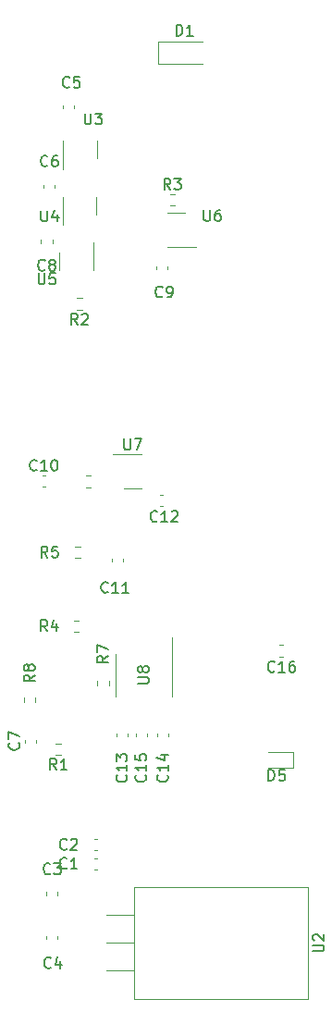
<source format=gbr>
%TF.GenerationSoftware,KiCad,Pcbnew,7.0.6-0*%
%TF.CreationDate,2023-12-30T17:34:11-06:00*%
%TF.ProjectId,fpga_adaptor,66706761-5f61-4646-9170-746f722e6b69,rev?*%
%TF.SameCoordinates,Original*%
%TF.FileFunction,Legend,Top*%
%TF.FilePolarity,Positive*%
%FSLAX46Y46*%
G04 Gerber Fmt 4.6, Leading zero omitted, Abs format (unit mm)*
G04 Created by KiCad (PCBNEW 7.0.6-0) date 2023-12-30 17:34:11*
%MOMM*%
%LPD*%
G01*
G04 APERTURE LIST*
%ADD10C,0.150000*%
%ADD11C,0.120000*%
G04 APERTURE END LIST*
D10*
X56357142Y-91109580D02*
X56309523Y-91157200D01*
X56309523Y-91157200D02*
X56166666Y-91204819D01*
X56166666Y-91204819D02*
X56071428Y-91204819D01*
X56071428Y-91204819D02*
X55928571Y-91157200D01*
X55928571Y-91157200D02*
X55833333Y-91061961D01*
X55833333Y-91061961D02*
X55785714Y-90966723D01*
X55785714Y-90966723D02*
X55738095Y-90776247D01*
X55738095Y-90776247D02*
X55738095Y-90633390D01*
X55738095Y-90633390D02*
X55785714Y-90442914D01*
X55785714Y-90442914D02*
X55833333Y-90347676D01*
X55833333Y-90347676D02*
X55928571Y-90252438D01*
X55928571Y-90252438D02*
X56071428Y-90204819D01*
X56071428Y-90204819D02*
X56166666Y-90204819D01*
X56166666Y-90204819D02*
X56309523Y-90252438D01*
X56309523Y-90252438D02*
X56357142Y-90300057D01*
X57309523Y-91204819D02*
X56738095Y-91204819D01*
X57023809Y-91204819D02*
X57023809Y-90204819D01*
X57023809Y-90204819D02*
X56928571Y-90347676D01*
X56928571Y-90347676D02*
X56833333Y-90442914D01*
X56833333Y-90442914D02*
X56738095Y-90490533D01*
X57690476Y-90300057D02*
X57738095Y-90252438D01*
X57738095Y-90252438D02*
X57833333Y-90204819D01*
X57833333Y-90204819D02*
X58071428Y-90204819D01*
X58071428Y-90204819D02*
X58166666Y-90252438D01*
X58166666Y-90252438D02*
X58214285Y-90300057D01*
X58214285Y-90300057D02*
X58261904Y-90395295D01*
X58261904Y-90395295D02*
X58261904Y-90490533D01*
X58261904Y-90490533D02*
X58214285Y-90633390D01*
X58214285Y-90633390D02*
X57642857Y-91204819D01*
X57642857Y-91204819D02*
X58261904Y-91204819D01*
X46333333Y-94454819D02*
X46000000Y-93978628D01*
X45761905Y-94454819D02*
X45761905Y-93454819D01*
X45761905Y-93454819D02*
X46142857Y-93454819D01*
X46142857Y-93454819D02*
X46238095Y-93502438D01*
X46238095Y-93502438D02*
X46285714Y-93550057D01*
X46285714Y-93550057D02*
X46333333Y-93645295D01*
X46333333Y-93645295D02*
X46333333Y-93788152D01*
X46333333Y-93788152D02*
X46285714Y-93883390D01*
X46285714Y-93883390D02*
X46238095Y-93931009D01*
X46238095Y-93931009D02*
X46142857Y-93978628D01*
X46142857Y-93978628D02*
X45761905Y-93978628D01*
X47238095Y-93454819D02*
X46761905Y-93454819D01*
X46761905Y-93454819D02*
X46714286Y-93931009D01*
X46714286Y-93931009D02*
X46761905Y-93883390D01*
X46761905Y-93883390D02*
X46857143Y-93835771D01*
X46857143Y-93835771D02*
X47095238Y-93835771D01*
X47095238Y-93835771D02*
X47190476Y-93883390D01*
X47190476Y-93883390D02*
X47238095Y-93931009D01*
X47238095Y-93931009D02*
X47285714Y-94026247D01*
X47285714Y-94026247D02*
X47285714Y-94264342D01*
X47285714Y-94264342D02*
X47238095Y-94359580D01*
X47238095Y-94359580D02*
X47190476Y-94407200D01*
X47190476Y-94407200D02*
X47095238Y-94454819D01*
X47095238Y-94454819D02*
X46857143Y-94454819D01*
X46857143Y-94454819D02*
X46761905Y-94407200D01*
X46761905Y-94407200D02*
X46714286Y-94359580D01*
X67107142Y-104859580D02*
X67059523Y-104907200D01*
X67059523Y-104907200D02*
X66916666Y-104954819D01*
X66916666Y-104954819D02*
X66821428Y-104954819D01*
X66821428Y-104954819D02*
X66678571Y-104907200D01*
X66678571Y-104907200D02*
X66583333Y-104811961D01*
X66583333Y-104811961D02*
X66535714Y-104716723D01*
X66535714Y-104716723D02*
X66488095Y-104526247D01*
X66488095Y-104526247D02*
X66488095Y-104383390D01*
X66488095Y-104383390D02*
X66535714Y-104192914D01*
X66535714Y-104192914D02*
X66583333Y-104097676D01*
X66583333Y-104097676D02*
X66678571Y-104002438D01*
X66678571Y-104002438D02*
X66821428Y-103954819D01*
X66821428Y-103954819D02*
X66916666Y-103954819D01*
X66916666Y-103954819D02*
X67059523Y-104002438D01*
X67059523Y-104002438D02*
X67107142Y-104050057D01*
X68059523Y-104954819D02*
X67488095Y-104954819D01*
X67773809Y-104954819D02*
X67773809Y-103954819D01*
X67773809Y-103954819D02*
X67678571Y-104097676D01*
X67678571Y-104097676D02*
X67583333Y-104192914D01*
X67583333Y-104192914D02*
X67488095Y-104240533D01*
X68916666Y-103954819D02*
X68726190Y-103954819D01*
X68726190Y-103954819D02*
X68630952Y-104002438D01*
X68630952Y-104002438D02*
X68583333Y-104050057D01*
X68583333Y-104050057D02*
X68488095Y-104192914D01*
X68488095Y-104192914D02*
X68440476Y-104383390D01*
X68440476Y-104383390D02*
X68440476Y-104764342D01*
X68440476Y-104764342D02*
X68488095Y-104859580D01*
X68488095Y-104859580D02*
X68535714Y-104907200D01*
X68535714Y-104907200D02*
X68630952Y-104954819D01*
X68630952Y-104954819D02*
X68821428Y-104954819D01*
X68821428Y-104954819D02*
X68916666Y-104907200D01*
X68916666Y-104907200D02*
X68964285Y-104859580D01*
X68964285Y-104859580D02*
X69011904Y-104764342D01*
X69011904Y-104764342D02*
X69011904Y-104526247D01*
X69011904Y-104526247D02*
X68964285Y-104431009D01*
X68964285Y-104431009D02*
X68916666Y-104383390D01*
X68916666Y-104383390D02*
X68821428Y-104335771D01*
X68821428Y-104335771D02*
X68630952Y-104335771D01*
X68630952Y-104335771D02*
X68535714Y-104383390D01*
X68535714Y-104383390D02*
X68488095Y-104431009D01*
X68488095Y-104431009D02*
X68440476Y-104526247D01*
X46633333Y-131959580D02*
X46585714Y-132007200D01*
X46585714Y-132007200D02*
X46442857Y-132054819D01*
X46442857Y-132054819D02*
X46347619Y-132054819D01*
X46347619Y-132054819D02*
X46204762Y-132007200D01*
X46204762Y-132007200D02*
X46109524Y-131911961D01*
X46109524Y-131911961D02*
X46061905Y-131816723D01*
X46061905Y-131816723D02*
X46014286Y-131626247D01*
X46014286Y-131626247D02*
X46014286Y-131483390D01*
X46014286Y-131483390D02*
X46061905Y-131292914D01*
X46061905Y-131292914D02*
X46109524Y-131197676D01*
X46109524Y-131197676D02*
X46204762Y-131102438D01*
X46204762Y-131102438D02*
X46347619Y-131054819D01*
X46347619Y-131054819D02*
X46442857Y-131054819D01*
X46442857Y-131054819D02*
X46585714Y-131102438D01*
X46585714Y-131102438D02*
X46633333Y-131150057D01*
X47490476Y-131388152D02*
X47490476Y-132054819D01*
X47252381Y-131007200D02*
X47014286Y-131721485D01*
X47014286Y-131721485D02*
X47633333Y-131721485D01*
X57264580Y-114367857D02*
X57312200Y-114415476D01*
X57312200Y-114415476D02*
X57359819Y-114558333D01*
X57359819Y-114558333D02*
X57359819Y-114653571D01*
X57359819Y-114653571D02*
X57312200Y-114796428D01*
X57312200Y-114796428D02*
X57216961Y-114891666D01*
X57216961Y-114891666D02*
X57121723Y-114939285D01*
X57121723Y-114939285D02*
X56931247Y-114986904D01*
X56931247Y-114986904D02*
X56788390Y-114986904D01*
X56788390Y-114986904D02*
X56597914Y-114939285D01*
X56597914Y-114939285D02*
X56502676Y-114891666D01*
X56502676Y-114891666D02*
X56407438Y-114796428D01*
X56407438Y-114796428D02*
X56359819Y-114653571D01*
X56359819Y-114653571D02*
X56359819Y-114558333D01*
X56359819Y-114558333D02*
X56407438Y-114415476D01*
X56407438Y-114415476D02*
X56455057Y-114367857D01*
X57359819Y-113415476D02*
X57359819Y-113986904D01*
X57359819Y-113701190D02*
X56359819Y-113701190D01*
X56359819Y-113701190D02*
X56502676Y-113796428D01*
X56502676Y-113796428D02*
X56597914Y-113891666D01*
X56597914Y-113891666D02*
X56645533Y-113986904D01*
X56693152Y-112558333D02*
X57359819Y-112558333D01*
X56312200Y-112796428D02*
X57026485Y-113034523D01*
X57026485Y-113034523D02*
X57026485Y-112415476D01*
X58111905Y-46704819D02*
X58111905Y-45704819D01*
X58111905Y-45704819D02*
X58350000Y-45704819D01*
X58350000Y-45704819D02*
X58492857Y-45752438D01*
X58492857Y-45752438D02*
X58588095Y-45847676D01*
X58588095Y-45847676D02*
X58635714Y-45942914D01*
X58635714Y-45942914D02*
X58683333Y-46133390D01*
X58683333Y-46133390D02*
X58683333Y-46276247D01*
X58683333Y-46276247D02*
X58635714Y-46466723D01*
X58635714Y-46466723D02*
X58588095Y-46561961D01*
X58588095Y-46561961D02*
X58492857Y-46657200D01*
X58492857Y-46657200D02*
X58350000Y-46704819D01*
X58350000Y-46704819D02*
X58111905Y-46704819D01*
X59635714Y-46704819D02*
X59064286Y-46704819D01*
X59350000Y-46704819D02*
X59350000Y-45704819D01*
X59350000Y-45704819D02*
X59254762Y-45847676D01*
X59254762Y-45847676D02*
X59159524Y-45942914D01*
X59159524Y-45942914D02*
X59064286Y-45990533D01*
X53350595Y-83604819D02*
X53350595Y-84414342D01*
X53350595Y-84414342D02*
X53398214Y-84509580D01*
X53398214Y-84509580D02*
X53445833Y-84557200D01*
X53445833Y-84557200D02*
X53541071Y-84604819D01*
X53541071Y-84604819D02*
X53731547Y-84604819D01*
X53731547Y-84604819D02*
X53826785Y-84557200D01*
X53826785Y-84557200D02*
X53874404Y-84509580D01*
X53874404Y-84509580D02*
X53922023Y-84414342D01*
X53922023Y-84414342D02*
X53922023Y-83604819D01*
X54302976Y-83604819D02*
X54969642Y-83604819D01*
X54969642Y-83604819D02*
X54541071Y-84604819D01*
X70624819Y-130511904D02*
X71434342Y-130511904D01*
X71434342Y-130511904D02*
X71529580Y-130464285D01*
X71529580Y-130464285D02*
X71577200Y-130416666D01*
X71577200Y-130416666D02*
X71624819Y-130321428D01*
X71624819Y-130321428D02*
X71624819Y-130130952D01*
X71624819Y-130130952D02*
X71577200Y-130035714D01*
X71577200Y-130035714D02*
X71529580Y-129988095D01*
X71529580Y-129988095D02*
X71434342Y-129940476D01*
X71434342Y-129940476D02*
X70624819Y-129940476D01*
X70720057Y-129511904D02*
X70672438Y-129464285D01*
X70672438Y-129464285D02*
X70624819Y-129369047D01*
X70624819Y-129369047D02*
X70624819Y-129130952D01*
X70624819Y-129130952D02*
X70672438Y-129035714D01*
X70672438Y-129035714D02*
X70720057Y-128988095D01*
X70720057Y-128988095D02*
X70815295Y-128940476D01*
X70815295Y-128940476D02*
X70910533Y-128940476D01*
X70910533Y-128940476D02*
X71053390Y-128988095D01*
X71053390Y-128988095D02*
X71624819Y-129559523D01*
X71624819Y-129559523D02*
X71624819Y-128940476D01*
X45738095Y-62704819D02*
X45738095Y-63514342D01*
X45738095Y-63514342D02*
X45785714Y-63609580D01*
X45785714Y-63609580D02*
X45833333Y-63657200D01*
X45833333Y-63657200D02*
X45928571Y-63704819D01*
X45928571Y-63704819D02*
X46119047Y-63704819D01*
X46119047Y-63704819D02*
X46214285Y-63657200D01*
X46214285Y-63657200D02*
X46261904Y-63609580D01*
X46261904Y-63609580D02*
X46309523Y-63514342D01*
X46309523Y-63514342D02*
X46309523Y-62704819D01*
X47214285Y-63038152D02*
X47214285Y-63704819D01*
X46976190Y-62657200D02*
X46738095Y-63371485D01*
X46738095Y-63371485D02*
X47357142Y-63371485D01*
X45332142Y-86429580D02*
X45284523Y-86477200D01*
X45284523Y-86477200D02*
X45141666Y-86524819D01*
X45141666Y-86524819D02*
X45046428Y-86524819D01*
X45046428Y-86524819D02*
X44903571Y-86477200D01*
X44903571Y-86477200D02*
X44808333Y-86381961D01*
X44808333Y-86381961D02*
X44760714Y-86286723D01*
X44760714Y-86286723D02*
X44713095Y-86096247D01*
X44713095Y-86096247D02*
X44713095Y-85953390D01*
X44713095Y-85953390D02*
X44760714Y-85762914D01*
X44760714Y-85762914D02*
X44808333Y-85667676D01*
X44808333Y-85667676D02*
X44903571Y-85572438D01*
X44903571Y-85572438D02*
X45046428Y-85524819D01*
X45046428Y-85524819D02*
X45141666Y-85524819D01*
X45141666Y-85524819D02*
X45284523Y-85572438D01*
X45284523Y-85572438D02*
X45332142Y-85620057D01*
X46284523Y-86524819D02*
X45713095Y-86524819D01*
X45998809Y-86524819D02*
X45998809Y-85524819D01*
X45998809Y-85524819D02*
X45903571Y-85667676D01*
X45903571Y-85667676D02*
X45808333Y-85762914D01*
X45808333Y-85762914D02*
X45713095Y-85810533D01*
X46903571Y-85524819D02*
X46998809Y-85524819D01*
X46998809Y-85524819D02*
X47094047Y-85572438D01*
X47094047Y-85572438D02*
X47141666Y-85620057D01*
X47141666Y-85620057D02*
X47189285Y-85715295D01*
X47189285Y-85715295D02*
X47236904Y-85905771D01*
X47236904Y-85905771D02*
X47236904Y-86143866D01*
X47236904Y-86143866D02*
X47189285Y-86334342D01*
X47189285Y-86334342D02*
X47141666Y-86429580D01*
X47141666Y-86429580D02*
X47094047Y-86477200D01*
X47094047Y-86477200D02*
X46998809Y-86524819D01*
X46998809Y-86524819D02*
X46903571Y-86524819D01*
X46903571Y-86524819D02*
X46808333Y-86477200D01*
X46808333Y-86477200D02*
X46760714Y-86429580D01*
X46760714Y-86429580D02*
X46713095Y-86334342D01*
X46713095Y-86334342D02*
X46665476Y-86143866D01*
X46665476Y-86143866D02*
X46665476Y-85905771D01*
X46665476Y-85905771D02*
X46713095Y-85715295D01*
X46713095Y-85715295D02*
X46760714Y-85620057D01*
X46760714Y-85620057D02*
X46808333Y-85572438D01*
X46808333Y-85572438D02*
X46903571Y-85524819D01*
X48083333Y-121109580D02*
X48035714Y-121157200D01*
X48035714Y-121157200D02*
X47892857Y-121204819D01*
X47892857Y-121204819D02*
X47797619Y-121204819D01*
X47797619Y-121204819D02*
X47654762Y-121157200D01*
X47654762Y-121157200D02*
X47559524Y-121061961D01*
X47559524Y-121061961D02*
X47511905Y-120966723D01*
X47511905Y-120966723D02*
X47464286Y-120776247D01*
X47464286Y-120776247D02*
X47464286Y-120633390D01*
X47464286Y-120633390D02*
X47511905Y-120442914D01*
X47511905Y-120442914D02*
X47559524Y-120347676D01*
X47559524Y-120347676D02*
X47654762Y-120252438D01*
X47654762Y-120252438D02*
X47797619Y-120204819D01*
X47797619Y-120204819D02*
X47892857Y-120204819D01*
X47892857Y-120204819D02*
X48035714Y-120252438D01*
X48035714Y-120252438D02*
X48083333Y-120300057D01*
X48464286Y-120300057D02*
X48511905Y-120252438D01*
X48511905Y-120252438D02*
X48607143Y-120204819D01*
X48607143Y-120204819D02*
X48845238Y-120204819D01*
X48845238Y-120204819D02*
X48940476Y-120252438D01*
X48940476Y-120252438D02*
X48988095Y-120300057D01*
X48988095Y-120300057D02*
X49035714Y-120395295D01*
X49035714Y-120395295D02*
X49035714Y-120490533D01*
X49035714Y-120490533D02*
X48988095Y-120633390D01*
X48988095Y-120633390D02*
X48416667Y-121204819D01*
X48416667Y-121204819D02*
X49035714Y-121204819D01*
X46583333Y-123359580D02*
X46535714Y-123407200D01*
X46535714Y-123407200D02*
X46392857Y-123454819D01*
X46392857Y-123454819D02*
X46297619Y-123454819D01*
X46297619Y-123454819D02*
X46154762Y-123407200D01*
X46154762Y-123407200D02*
X46059524Y-123311961D01*
X46059524Y-123311961D02*
X46011905Y-123216723D01*
X46011905Y-123216723D02*
X45964286Y-123026247D01*
X45964286Y-123026247D02*
X45964286Y-122883390D01*
X45964286Y-122883390D02*
X46011905Y-122692914D01*
X46011905Y-122692914D02*
X46059524Y-122597676D01*
X46059524Y-122597676D02*
X46154762Y-122502438D01*
X46154762Y-122502438D02*
X46297619Y-122454819D01*
X46297619Y-122454819D02*
X46392857Y-122454819D01*
X46392857Y-122454819D02*
X46535714Y-122502438D01*
X46535714Y-122502438D02*
X46583333Y-122550057D01*
X46916667Y-122454819D02*
X47535714Y-122454819D01*
X47535714Y-122454819D02*
X47202381Y-122835771D01*
X47202381Y-122835771D02*
X47345238Y-122835771D01*
X47345238Y-122835771D02*
X47440476Y-122883390D01*
X47440476Y-122883390D02*
X47488095Y-122931009D01*
X47488095Y-122931009D02*
X47535714Y-123026247D01*
X47535714Y-123026247D02*
X47535714Y-123264342D01*
X47535714Y-123264342D02*
X47488095Y-123359580D01*
X47488095Y-123359580D02*
X47440476Y-123407200D01*
X47440476Y-123407200D02*
X47345238Y-123454819D01*
X47345238Y-123454819D02*
X47059524Y-123454819D01*
X47059524Y-123454819D02*
X46964286Y-123407200D01*
X46964286Y-123407200D02*
X46916667Y-123359580D01*
X56833333Y-70559580D02*
X56785714Y-70607200D01*
X56785714Y-70607200D02*
X56642857Y-70654819D01*
X56642857Y-70654819D02*
X56547619Y-70654819D01*
X56547619Y-70654819D02*
X56404762Y-70607200D01*
X56404762Y-70607200D02*
X56309524Y-70511961D01*
X56309524Y-70511961D02*
X56261905Y-70416723D01*
X56261905Y-70416723D02*
X56214286Y-70226247D01*
X56214286Y-70226247D02*
X56214286Y-70083390D01*
X56214286Y-70083390D02*
X56261905Y-69892914D01*
X56261905Y-69892914D02*
X56309524Y-69797676D01*
X56309524Y-69797676D02*
X56404762Y-69702438D01*
X56404762Y-69702438D02*
X56547619Y-69654819D01*
X56547619Y-69654819D02*
X56642857Y-69654819D01*
X56642857Y-69654819D02*
X56785714Y-69702438D01*
X56785714Y-69702438D02*
X56833333Y-69750057D01*
X57309524Y-70654819D02*
X57500000Y-70654819D01*
X57500000Y-70654819D02*
X57595238Y-70607200D01*
X57595238Y-70607200D02*
X57642857Y-70559580D01*
X57642857Y-70559580D02*
X57738095Y-70416723D01*
X57738095Y-70416723D02*
X57785714Y-70226247D01*
X57785714Y-70226247D02*
X57785714Y-69845295D01*
X57785714Y-69845295D02*
X57738095Y-69750057D01*
X57738095Y-69750057D02*
X57690476Y-69702438D01*
X57690476Y-69702438D02*
X57595238Y-69654819D01*
X57595238Y-69654819D02*
X57404762Y-69654819D01*
X57404762Y-69654819D02*
X57309524Y-69702438D01*
X57309524Y-69702438D02*
X57261905Y-69750057D01*
X57261905Y-69750057D02*
X57214286Y-69845295D01*
X57214286Y-69845295D02*
X57214286Y-70083390D01*
X57214286Y-70083390D02*
X57261905Y-70178628D01*
X57261905Y-70178628D02*
X57309524Y-70226247D01*
X57309524Y-70226247D02*
X57404762Y-70273866D01*
X57404762Y-70273866D02*
X57595238Y-70273866D01*
X57595238Y-70273866D02*
X57690476Y-70226247D01*
X57690476Y-70226247D02*
X57738095Y-70178628D01*
X57738095Y-70178628D02*
X57785714Y-70083390D01*
X54609819Y-105986904D02*
X55419342Y-105986904D01*
X55419342Y-105986904D02*
X55514580Y-105939285D01*
X55514580Y-105939285D02*
X55562200Y-105891666D01*
X55562200Y-105891666D02*
X55609819Y-105796428D01*
X55609819Y-105796428D02*
X55609819Y-105605952D01*
X55609819Y-105605952D02*
X55562200Y-105510714D01*
X55562200Y-105510714D02*
X55514580Y-105463095D01*
X55514580Y-105463095D02*
X55419342Y-105415476D01*
X55419342Y-105415476D02*
X54609819Y-105415476D01*
X55038390Y-104796428D02*
X54990771Y-104891666D01*
X54990771Y-104891666D02*
X54943152Y-104939285D01*
X54943152Y-104939285D02*
X54847914Y-104986904D01*
X54847914Y-104986904D02*
X54800295Y-104986904D01*
X54800295Y-104986904D02*
X54705057Y-104939285D01*
X54705057Y-104939285D02*
X54657438Y-104891666D01*
X54657438Y-104891666D02*
X54609819Y-104796428D01*
X54609819Y-104796428D02*
X54609819Y-104605952D01*
X54609819Y-104605952D02*
X54657438Y-104510714D01*
X54657438Y-104510714D02*
X54705057Y-104463095D01*
X54705057Y-104463095D02*
X54800295Y-104415476D01*
X54800295Y-104415476D02*
X54847914Y-104415476D01*
X54847914Y-104415476D02*
X54943152Y-104463095D01*
X54943152Y-104463095D02*
X54990771Y-104510714D01*
X54990771Y-104510714D02*
X55038390Y-104605952D01*
X55038390Y-104605952D02*
X55038390Y-104796428D01*
X55038390Y-104796428D02*
X55086009Y-104891666D01*
X55086009Y-104891666D02*
X55133628Y-104939285D01*
X55133628Y-104939285D02*
X55228866Y-104986904D01*
X55228866Y-104986904D02*
X55419342Y-104986904D01*
X55419342Y-104986904D02*
X55514580Y-104939285D01*
X55514580Y-104939285D02*
X55562200Y-104891666D01*
X55562200Y-104891666D02*
X55609819Y-104796428D01*
X55609819Y-104796428D02*
X55609819Y-104605952D01*
X55609819Y-104605952D02*
X55562200Y-104510714D01*
X55562200Y-104510714D02*
X55514580Y-104463095D01*
X55514580Y-104463095D02*
X55419342Y-104415476D01*
X55419342Y-104415476D02*
X55228866Y-104415476D01*
X55228866Y-104415476D02*
X55133628Y-104463095D01*
X55133628Y-104463095D02*
X55086009Y-104510714D01*
X55086009Y-104510714D02*
X55038390Y-104605952D01*
X49083333Y-73134819D02*
X48750000Y-72658628D01*
X48511905Y-73134819D02*
X48511905Y-72134819D01*
X48511905Y-72134819D02*
X48892857Y-72134819D01*
X48892857Y-72134819D02*
X48988095Y-72182438D01*
X48988095Y-72182438D02*
X49035714Y-72230057D01*
X49035714Y-72230057D02*
X49083333Y-72325295D01*
X49083333Y-72325295D02*
X49083333Y-72468152D01*
X49083333Y-72468152D02*
X49035714Y-72563390D01*
X49035714Y-72563390D02*
X48988095Y-72611009D01*
X48988095Y-72611009D02*
X48892857Y-72658628D01*
X48892857Y-72658628D02*
X48511905Y-72658628D01*
X49464286Y-72230057D02*
X49511905Y-72182438D01*
X49511905Y-72182438D02*
X49607143Y-72134819D01*
X49607143Y-72134819D02*
X49845238Y-72134819D01*
X49845238Y-72134819D02*
X49940476Y-72182438D01*
X49940476Y-72182438D02*
X49988095Y-72230057D01*
X49988095Y-72230057D02*
X50035714Y-72325295D01*
X50035714Y-72325295D02*
X50035714Y-72420533D01*
X50035714Y-72420533D02*
X49988095Y-72563390D01*
X49988095Y-72563390D02*
X49416667Y-73134819D01*
X49416667Y-73134819D02*
X50035714Y-73134819D01*
X51857142Y-97609580D02*
X51809523Y-97657200D01*
X51809523Y-97657200D02*
X51666666Y-97704819D01*
X51666666Y-97704819D02*
X51571428Y-97704819D01*
X51571428Y-97704819D02*
X51428571Y-97657200D01*
X51428571Y-97657200D02*
X51333333Y-97561961D01*
X51333333Y-97561961D02*
X51285714Y-97466723D01*
X51285714Y-97466723D02*
X51238095Y-97276247D01*
X51238095Y-97276247D02*
X51238095Y-97133390D01*
X51238095Y-97133390D02*
X51285714Y-96942914D01*
X51285714Y-96942914D02*
X51333333Y-96847676D01*
X51333333Y-96847676D02*
X51428571Y-96752438D01*
X51428571Y-96752438D02*
X51571428Y-96704819D01*
X51571428Y-96704819D02*
X51666666Y-96704819D01*
X51666666Y-96704819D02*
X51809523Y-96752438D01*
X51809523Y-96752438D02*
X51857142Y-96800057D01*
X52809523Y-97704819D02*
X52238095Y-97704819D01*
X52523809Y-97704819D02*
X52523809Y-96704819D01*
X52523809Y-96704819D02*
X52428571Y-96847676D01*
X52428571Y-96847676D02*
X52333333Y-96942914D01*
X52333333Y-96942914D02*
X52238095Y-96990533D01*
X53761904Y-97704819D02*
X53190476Y-97704819D01*
X53476190Y-97704819D02*
X53476190Y-96704819D01*
X53476190Y-96704819D02*
X53380952Y-96847676D01*
X53380952Y-96847676D02*
X53285714Y-96942914D01*
X53285714Y-96942914D02*
X53190476Y-96990533D01*
X48333333Y-51359580D02*
X48285714Y-51407200D01*
X48285714Y-51407200D02*
X48142857Y-51454819D01*
X48142857Y-51454819D02*
X48047619Y-51454819D01*
X48047619Y-51454819D02*
X47904762Y-51407200D01*
X47904762Y-51407200D02*
X47809524Y-51311961D01*
X47809524Y-51311961D02*
X47761905Y-51216723D01*
X47761905Y-51216723D02*
X47714286Y-51026247D01*
X47714286Y-51026247D02*
X47714286Y-50883390D01*
X47714286Y-50883390D02*
X47761905Y-50692914D01*
X47761905Y-50692914D02*
X47809524Y-50597676D01*
X47809524Y-50597676D02*
X47904762Y-50502438D01*
X47904762Y-50502438D02*
X48047619Y-50454819D01*
X48047619Y-50454819D02*
X48142857Y-50454819D01*
X48142857Y-50454819D02*
X48285714Y-50502438D01*
X48285714Y-50502438D02*
X48333333Y-50550057D01*
X49238095Y-50454819D02*
X48761905Y-50454819D01*
X48761905Y-50454819D02*
X48714286Y-50931009D01*
X48714286Y-50931009D02*
X48761905Y-50883390D01*
X48761905Y-50883390D02*
X48857143Y-50835771D01*
X48857143Y-50835771D02*
X49095238Y-50835771D01*
X49095238Y-50835771D02*
X49190476Y-50883390D01*
X49190476Y-50883390D02*
X49238095Y-50931009D01*
X49238095Y-50931009D02*
X49285714Y-51026247D01*
X49285714Y-51026247D02*
X49285714Y-51264342D01*
X49285714Y-51264342D02*
X49238095Y-51359580D01*
X49238095Y-51359580D02*
X49190476Y-51407200D01*
X49190476Y-51407200D02*
X49095238Y-51454819D01*
X49095238Y-51454819D02*
X48857143Y-51454819D01*
X48857143Y-51454819D02*
X48761905Y-51407200D01*
X48761905Y-51407200D02*
X48714286Y-51359580D01*
X46333333Y-58584580D02*
X46285714Y-58632200D01*
X46285714Y-58632200D02*
X46142857Y-58679819D01*
X46142857Y-58679819D02*
X46047619Y-58679819D01*
X46047619Y-58679819D02*
X45904762Y-58632200D01*
X45904762Y-58632200D02*
X45809524Y-58536961D01*
X45809524Y-58536961D02*
X45761905Y-58441723D01*
X45761905Y-58441723D02*
X45714286Y-58251247D01*
X45714286Y-58251247D02*
X45714286Y-58108390D01*
X45714286Y-58108390D02*
X45761905Y-57917914D01*
X45761905Y-57917914D02*
X45809524Y-57822676D01*
X45809524Y-57822676D02*
X45904762Y-57727438D01*
X45904762Y-57727438D02*
X46047619Y-57679819D01*
X46047619Y-57679819D02*
X46142857Y-57679819D01*
X46142857Y-57679819D02*
X46285714Y-57727438D01*
X46285714Y-57727438D02*
X46333333Y-57775057D01*
X47190476Y-57679819D02*
X47000000Y-57679819D01*
X47000000Y-57679819D02*
X46904762Y-57727438D01*
X46904762Y-57727438D02*
X46857143Y-57775057D01*
X46857143Y-57775057D02*
X46761905Y-57917914D01*
X46761905Y-57917914D02*
X46714286Y-58108390D01*
X46714286Y-58108390D02*
X46714286Y-58489342D01*
X46714286Y-58489342D02*
X46761905Y-58584580D01*
X46761905Y-58584580D02*
X46809524Y-58632200D01*
X46809524Y-58632200D02*
X46904762Y-58679819D01*
X46904762Y-58679819D02*
X47095238Y-58679819D01*
X47095238Y-58679819D02*
X47190476Y-58632200D01*
X47190476Y-58632200D02*
X47238095Y-58584580D01*
X47238095Y-58584580D02*
X47285714Y-58489342D01*
X47285714Y-58489342D02*
X47285714Y-58251247D01*
X47285714Y-58251247D02*
X47238095Y-58156009D01*
X47238095Y-58156009D02*
X47190476Y-58108390D01*
X47190476Y-58108390D02*
X47095238Y-58060771D01*
X47095238Y-58060771D02*
X46904762Y-58060771D01*
X46904762Y-58060771D02*
X46809524Y-58108390D01*
X46809524Y-58108390D02*
X46761905Y-58156009D01*
X46761905Y-58156009D02*
X46714286Y-58251247D01*
X45488095Y-68454819D02*
X45488095Y-69264342D01*
X45488095Y-69264342D02*
X45535714Y-69359580D01*
X45535714Y-69359580D02*
X45583333Y-69407200D01*
X45583333Y-69407200D02*
X45678571Y-69454819D01*
X45678571Y-69454819D02*
X45869047Y-69454819D01*
X45869047Y-69454819D02*
X45964285Y-69407200D01*
X45964285Y-69407200D02*
X46011904Y-69359580D01*
X46011904Y-69359580D02*
X46059523Y-69264342D01*
X46059523Y-69264342D02*
X46059523Y-68454819D01*
X47011904Y-68454819D02*
X46535714Y-68454819D01*
X46535714Y-68454819D02*
X46488095Y-68931009D01*
X46488095Y-68931009D02*
X46535714Y-68883390D01*
X46535714Y-68883390D02*
X46630952Y-68835771D01*
X46630952Y-68835771D02*
X46869047Y-68835771D01*
X46869047Y-68835771D02*
X46964285Y-68883390D01*
X46964285Y-68883390D02*
X47011904Y-68931009D01*
X47011904Y-68931009D02*
X47059523Y-69026247D01*
X47059523Y-69026247D02*
X47059523Y-69264342D01*
X47059523Y-69264342D02*
X47011904Y-69359580D01*
X47011904Y-69359580D02*
X46964285Y-69407200D01*
X46964285Y-69407200D02*
X46869047Y-69454819D01*
X46869047Y-69454819D02*
X46630952Y-69454819D01*
X46630952Y-69454819D02*
X46535714Y-69407200D01*
X46535714Y-69407200D02*
X46488095Y-69359580D01*
X60638095Y-62654819D02*
X60638095Y-63464342D01*
X60638095Y-63464342D02*
X60685714Y-63559580D01*
X60685714Y-63559580D02*
X60733333Y-63607200D01*
X60733333Y-63607200D02*
X60828571Y-63654819D01*
X60828571Y-63654819D02*
X61019047Y-63654819D01*
X61019047Y-63654819D02*
X61114285Y-63607200D01*
X61114285Y-63607200D02*
X61161904Y-63559580D01*
X61161904Y-63559580D02*
X61209523Y-63464342D01*
X61209523Y-63464342D02*
X61209523Y-62654819D01*
X62114285Y-62654819D02*
X61923809Y-62654819D01*
X61923809Y-62654819D02*
X61828571Y-62702438D01*
X61828571Y-62702438D02*
X61780952Y-62750057D01*
X61780952Y-62750057D02*
X61685714Y-62892914D01*
X61685714Y-62892914D02*
X61638095Y-63083390D01*
X61638095Y-63083390D02*
X61638095Y-63464342D01*
X61638095Y-63464342D02*
X61685714Y-63559580D01*
X61685714Y-63559580D02*
X61733333Y-63607200D01*
X61733333Y-63607200D02*
X61828571Y-63654819D01*
X61828571Y-63654819D02*
X62019047Y-63654819D01*
X62019047Y-63654819D02*
X62114285Y-63607200D01*
X62114285Y-63607200D02*
X62161904Y-63559580D01*
X62161904Y-63559580D02*
X62209523Y-63464342D01*
X62209523Y-63464342D02*
X62209523Y-63226247D01*
X62209523Y-63226247D02*
X62161904Y-63131009D01*
X62161904Y-63131009D02*
X62114285Y-63083390D01*
X62114285Y-63083390D02*
X62019047Y-63035771D01*
X62019047Y-63035771D02*
X61828571Y-63035771D01*
X61828571Y-63035771D02*
X61733333Y-63083390D01*
X61733333Y-63083390D02*
X61685714Y-63131009D01*
X61685714Y-63131009D02*
X61638095Y-63226247D01*
X45154819Y-105216666D02*
X44678628Y-105549999D01*
X45154819Y-105788094D02*
X44154819Y-105788094D01*
X44154819Y-105788094D02*
X44154819Y-105407142D01*
X44154819Y-105407142D02*
X44202438Y-105311904D01*
X44202438Y-105311904D02*
X44250057Y-105264285D01*
X44250057Y-105264285D02*
X44345295Y-105216666D01*
X44345295Y-105216666D02*
X44488152Y-105216666D01*
X44488152Y-105216666D02*
X44583390Y-105264285D01*
X44583390Y-105264285D02*
X44631009Y-105311904D01*
X44631009Y-105311904D02*
X44678628Y-105407142D01*
X44678628Y-105407142D02*
X44678628Y-105788094D01*
X44583390Y-104645237D02*
X44535771Y-104740475D01*
X44535771Y-104740475D02*
X44488152Y-104788094D01*
X44488152Y-104788094D02*
X44392914Y-104835713D01*
X44392914Y-104835713D02*
X44345295Y-104835713D01*
X44345295Y-104835713D02*
X44250057Y-104788094D01*
X44250057Y-104788094D02*
X44202438Y-104740475D01*
X44202438Y-104740475D02*
X44154819Y-104645237D01*
X44154819Y-104645237D02*
X44154819Y-104454761D01*
X44154819Y-104454761D02*
X44202438Y-104359523D01*
X44202438Y-104359523D02*
X44250057Y-104311904D01*
X44250057Y-104311904D02*
X44345295Y-104264285D01*
X44345295Y-104264285D02*
X44392914Y-104264285D01*
X44392914Y-104264285D02*
X44488152Y-104311904D01*
X44488152Y-104311904D02*
X44535771Y-104359523D01*
X44535771Y-104359523D02*
X44583390Y-104454761D01*
X44583390Y-104454761D02*
X44583390Y-104645237D01*
X44583390Y-104645237D02*
X44631009Y-104740475D01*
X44631009Y-104740475D02*
X44678628Y-104788094D01*
X44678628Y-104788094D02*
X44773866Y-104835713D01*
X44773866Y-104835713D02*
X44964342Y-104835713D01*
X44964342Y-104835713D02*
X45059580Y-104788094D01*
X45059580Y-104788094D02*
X45107200Y-104740475D01*
X45107200Y-104740475D02*
X45154819Y-104645237D01*
X45154819Y-104645237D02*
X45154819Y-104454761D01*
X45154819Y-104454761D02*
X45107200Y-104359523D01*
X45107200Y-104359523D02*
X45059580Y-104311904D01*
X45059580Y-104311904D02*
X44964342Y-104264285D01*
X44964342Y-104264285D02*
X44773866Y-104264285D01*
X44773866Y-104264285D02*
X44678628Y-104311904D01*
X44678628Y-104311904D02*
X44631009Y-104359523D01*
X44631009Y-104359523D02*
X44583390Y-104454761D01*
X66549405Y-114884819D02*
X66549405Y-113884819D01*
X66549405Y-113884819D02*
X66787500Y-113884819D01*
X66787500Y-113884819D02*
X66930357Y-113932438D01*
X66930357Y-113932438D02*
X67025595Y-114027676D01*
X67025595Y-114027676D02*
X67073214Y-114122914D01*
X67073214Y-114122914D02*
X67120833Y-114313390D01*
X67120833Y-114313390D02*
X67120833Y-114456247D01*
X67120833Y-114456247D02*
X67073214Y-114646723D01*
X67073214Y-114646723D02*
X67025595Y-114741961D01*
X67025595Y-114741961D02*
X66930357Y-114837200D01*
X66930357Y-114837200D02*
X66787500Y-114884819D01*
X66787500Y-114884819D02*
X66549405Y-114884819D01*
X68025595Y-113884819D02*
X67549405Y-113884819D01*
X67549405Y-113884819D02*
X67501786Y-114361009D01*
X67501786Y-114361009D02*
X67549405Y-114313390D01*
X67549405Y-114313390D02*
X67644643Y-114265771D01*
X67644643Y-114265771D02*
X67882738Y-114265771D01*
X67882738Y-114265771D02*
X67977976Y-114313390D01*
X67977976Y-114313390D02*
X68025595Y-114361009D01*
X68025595Y-114361009D02*
X68073214Y-114456247D01*
X68073214Y-114456247D02*
X68073214Y-114694342D01*
X68073214Y-114694342D02*
X68025595Y-114789580D01*
X68025595Y-114789580D02*
X67977976Y-114837200D01*
X67977976Y-114837200D02*
X67882738Y-114884819D01*
X67882738Y-114884819D02*
X67644643Y-114884819D01*
X67644643Y-114884819D02*
X67549405Y-114837200D01*
X67549405Y-114837200D02*
X67501786Y-114789580D01*
X43679580Y-111441666D02*
X43727200Y-111489285D01*
X43727200Y-111489285D02*
X43774819Y-111632142D01*
X43774819Y-111632142D02*
X43774819Y-111727380D01*
X43774819Y-111727380D02*
X43727200Y-111870237D01*
X43727200Y-111870237D02*
X43631961Y-111965475D01*
X43631961Y-111965475D02*
X43536723Y-112013094D01*
X43536723Y-112013094D02*
X43346247Y-112060713D01*
X43346247Y-112060713D02*
X43203390Y-112060713D01*
X43203390Y-112060713D02*
X43012914Y-112013094D01*
X43012914Y-112013094D02*
X42917676Y-111965475D01*
X42917676Y-111965475D02*
X42822438Y-111870237D01*
X42822438Y-111870237D02*
X42774819Y-111727380D01*
X42774819Y-111727380D02*
X42774819Y-111632142D01*
X42774819Y-111632142D02*
X42822438Y-111489285D01*
X42822438Y-111489285D02*
X42870057Y-111441666D01*
X42774819Y-111108332D02*
X42774819Y-110441666D01*
X42774819Y-110441666D02*
X43774819Y-110870237D01*
X55264580Y-114367857D02*
X55312200Y-114415476D01*
X55312200Y-114415476D02*
X55359819Y-114558333D01*
X55359819Y-114558333D02*
X55359819Y-114653571D01*
X55359819Y-114653571D02*
X55312200Y-114796428D01*
X55312200Y-114796428D02*
X55216961Y-114891666D01*
X55216961Y-114891666D02*
X55121723Y-114939285D01*
X55121723Y-114939285D02*
X54931247Y-114986904D01*
X54931247Y-114986904D02*
X54788390Y-114986904D01*
X54788390Y-114986904D02*
X54597914Y-114939285D01*
X54597914Y-114939285D02*
X54502676Y-114891666D01*
X54502676Y-114891666D02*
X54407438Y-114796428D01*
X54407438Y-114796428D02*
X54359819Y-114653571D01*
X54359819Y-114653571D02*
X54359819Y-114558333D01*
X54359819Y-114558333D02*
X54407438Y-114415476D01*
X54407438Y-114415476D02*
X54455057Y-114367857D01*
X55359819Y-113415476D02*
X55359819Y-113986904D01*
X55359819Y-113701190D02*
X54359819Y-113701190D01*
X54359819Y-113701190D02*
X54502676Y-113796428D01*
X54502676Y-113796428D02*
X54597914Y-113891666D01*
X54597914Y-113891666D02*
X54645533Y-113986904D01*
X54359819Y-112510714D02*
X54359819Y-112986904D01*
X54359819Y-112986904D02*
X54836009Y-113034523D01*
X54836009Y-113034523D02*
X54788390Y-112986904D01*
X54788390Y-112986904D02*
X54740771Y-112891666D01*
X54740771Y-112891666D02*
X54740771Y-112653571D01*
X54740771Y-112653571D02*
X54788390Y-112558333D01*
X54788390Y-112558333D02*
X54836009Y-112510714D01*
X54836009Y-112510714D02*
X54931247Y-112463095D01*
X54931247Y-112463095D02*
X55169342Y-112463095D01*
X55169342Y-112463095D02*
X55264580Y-112510714D01*
X55264580Y-112510714D02*
X55312200Y-112558333D01*
X55312200Y-112558333D02*
X55359819Y-112653571D01*
X55359819Y-112653571D02*
X55359819Y-112891666D01*
X55359819Y-112891666D02*
X55312200Y-112986904D01*
X55312200Y-112986904D02*
X55264580Y-113034523D01*
X57583333Y-60774819D02*
X57250000Y-60298628D01*
X57011905Y-60774819D02*
X57011905Y-59774819D01*
X57011905Y-59774819D02*
X57392857Y-59774819D01*
X57392857Y-59774819D02*
X57488095Y-59822438D01*
X57488095Y-59822438D02*
X57535714Y-59870057D01*
X57535714Y-59870057D02*
X57583333Y-59965295D01*
X57583333Y-59965295D02*
X57583333Y-60108152D01*
X57583333Y-60108152D02*
X57535714Y-60203390D01*
X57535714Y-60203390D02*
X57488095Y-60251009D01*
X57488095Y-60251009D02*
X57392857Y-60298628D01*
X57392857Y-60298628D02*
X57011905Y-60298628D01*
X57916667Y-59774819D02*
X58535714Y-59774819D01*
X58535714Y-59774819D02*
X58202381Y-60155771D01*
X58202381Y-60155771D02*
X58345238Y-60155771D01*
X58345238Y-60155771D02*
X58440476Y-60203390D01*
X58440476Y-60203390D02*
X58488095Y-60251009D01*
X58488095Y-60251009D02*
X58535714Y-60346247D01*
X58535714Y-60346247D02*
X58535714Y-60584342D01*
X58535714Y-60584342D02*
X58488095Y-60679580D01*
X58488095Y-60679580D02*
X58440476Y-60727200D01*
X58440476Y-60727200D02*
X58345238Y-60774819D01*
X58345238Y-60774819D02*
X58059524Y-60774819D01*
X58059524Y-60774819D02*
X57964286Y-60727200D01*
X57964286Y-60727200D02*
X57916667Y-60679580D01*
X53514580Y-114367857D02*
X53562200Y-114415476D01*
X53562200Y-114415476D02*
X53609819Y-114558333D01*
X53609819Y-114558333D02*
X53609819Y-114653571D01*
X53609819Y-114653571D02*
X53562200Y-114796428D01*
X53562200Y-114796428D02*
X53466961Y-114891666D01*
X53466961Y-114891666D02*
X53371723Y-114939285D01*
X53371723Y-114939285D02*
X53181247Y-114986904D01*
X53181247Y-114986904D02*
X53038390Y-114986904D01*
X53038390Y-114986904D02*
X52847914Y-114939285D01*
X52847914Y-114939285D02*
X52752676Y-114891666D01*
X52752676Y-114891666D02*
X52657438Y-114796428D01*
X52657438Y-114796428D02*
X52609819Y-114653571D01*
X52609819Y-114653571D02*
X52609819Y-114558333D01*
X52609819Y-114558333D02*
X52657438Y-114415476D01*
X52657438Y-114415476D02*
X52705057Y-114367857D01*
X53609819Y-113415476D02*
X53609819Y-113986904D01*
X53609819Y-113701190D02*
X52609819Y-113701190D01*
X52609819Y-113701190D02*
X52752676Y-113796428D01*
X52752676Y-113796428D02*
X52847914Y-113891666D01*
X52847914Y-113891666D02*
X52895533Y-113986904D01*
X52609819Y-113082142D02*
X52609819Y-112463095D01*
X52609819Y-112463095D02*
X52990771Y-112796428D01*
X52990771Y-112796428D02*
X52990771Y-112653571D01*
X52990771Y-112653571D02*
X53038390Y-112558333D01*
X53038390Y-112558333D02*
X53086009Y-112510714D01*
X53086009Y-112510714D02*
X53181247Y-112463095D01*
X53181247Y-112463095D02*
X53419342Y-112463095D01*
X53419342Y-112463095D02*
X53514580Y-112510714D01*
X53514580Y-112510714D02*
X53562200Y-112558333D01*
X53562200Y-112558333D02*
X53609819Y-112653571D01*
X53609819Y-112653571D02*
X53609819Y-112939285D01*
X53609819Y-112939285D02*
X53562200Y-113034523D01*
X53562200Y-113034523D02*
X53514580Y-113082142D01*
X48083333Y-122859580D02*
X48035714Y-122907200D01*
X48035714Y-122907200D02*
X47892857Y-122954819D01*
X47892857Y-122954819D02*
X47797619Y-122954819D01*
X47797619Y-122954819D02*
X47654762Y-122907200D01*
X47654762Y-122907200D02*
X47559524Y-122811961D01*
X47559524Y-122811961D02*
X47511905Y-122716723D01*
X47511905Y-122716723D02*
X47464286Y-122526247D01*
X47464286Y-122526247D02*
X47464286Y-122383390D01*
X47464286Y-122383390D02*
X47511905Y-122192914D01*
X47511905Y-122192914D02*
X47559524Y-122097676D01*
X47559524Y-122097676D02*
X47654762Y-122002438D01*
X47654762Y-122002438D02*
X47797619Y-121954819D01*
X47797619Y-121954819D02*
X47892857Y-121954819D01*
X47892857Y-121954819D02*
X48035714Y-122002438D01*
X48035714Y-122002438D02*
X48083333Y-122050057D01*
X49035714Y-122954819D02*
X48464286Y-122954819D01*
X48750000Y-122954819D02*
X48750000Y-121954819D01*
X48750000Y-121954819D02*
X48654762Y-122097676D01*
X48654762Y-122097676D02*
X48559524Y-122192914D01*
X48559524Y-122192914D02*
X48464286Y-122240533D01*
X46298333Y-101204819D02*
X45965000Y-100728628D01*
X45726905Y-101204819D02*
X45726905Y-100204819D01*
X45726905Y-100204819D02*
X46107857Y-100204819D01*
X46107857Y-100204819D02*
X46203095Y-100252438D01*
X46203095Y-100252438D02*
X46250714Y-100300057D01*
X46250714Y-100300057D02*
X46298333Y-100395295D01*
X46298333Y-100395295D02*
X46298333Y-100538152D01*
X46298333Y-100538152D02*
X46250714Y-100633390D01*
X46250714Y-100633390D02*
X46203095Y-100681009D01*
X46203095Y-100681009D02*
X46107857Y-100728628D01*
X46107857Y-100728628D02*
X45726905Y-100728628D01*
X47155476Y-100538152D02*
X47155476Y-101204819D01*
X46917381Y-100157200D02*
X46679286Y-100871485D01*
X46679286Y-100871485D02*
X47298333Y-100871485D01*
X47158333Y-113884819D02*
X46825000Y-113408628D01*
X46586905Y-113884819D02*
X46586905Y-112884819D01*
X46586905Y-112884819D02*
X46967857Y-112884819D01*
X46967857Y-112884819D02*
X47063095Y-112932438D01*
X47063095Y-112932438D02*
X47110714Y-112980057D01*
X47110714Y-112980057D02*
X47158333Y-113075295D01*
X47158333Y-113075295D02*
X47158333Y-113218152D01*
X47158333Y-113218152D02*
X47110714Y-113313390D01*
X47110714Y-113313390D02*
X47063095Y-113361009D01*
X47063095Y-113361009D02*
X46967857Y-113408628D01*
X46967857Y-113408628D02*
X46586905Y-113408628D01*
X48110714Y-113884819D02*
X47539286Y-113884819D01*
X47825000Y-113884819D02*
X47825000Y-112884819D01*
X47825000Y-112884819D02*
X47729762Y-113027676D01*
X47729762Y-113027676D02*
X47634524Y-113122914D01*
X47634524Y-113122914D02*
X47539286Y-113170533D01*
X51859819Y-103466666D02*
X51383628Y-103799999D01*
X51859819Y-104038094D02*
X50859819Y-104038094D01*
X50859819Y-104038094D02*
X50859819Y-103657142D01*
X50859819Y-103657142D02*
X50907438Y-103561904D01*
X50907438Y-103561904D02*
X50955057Y-103514285D01*
X50955057Y-103514285D02*
X51050295Y-103466666D01*
X51050295Y-103466666D02*
X51193152Y-103466666D01*
X51193152Y-103466666D02*
X51288390Y-103514285D01*
X51288390Y-103514285D02*
X51336009Y-103561904D01*
X51336009Y-103561904D02*
X51383628Y-103657142D01*
X51383628Y-103657142D02*
X51383628Y-104038094D01*
X50859819Y-103133332D02*
X50859819Y-102466666D01*
X50859819Y-102466666D02*
X51859819Y-102895237D01*
X46083333Y-68109580D02*
X46035714Y-68157200D01*
X46035714Y-68157200D02*
X45892857Y-68204819D01*
X45892857Y-68204819D02*
X45797619Y-68204819D01*
X45797619Y-68204819D02*
X45654762Y-68157200D01*
X45654762Y-68157200D02*
X45559524Y-68061961D01*
X45559524Y-68061961D02*
X45511905Y-67966723D01*
X45511905Y-67966723D02*
X45464286Y-67776247D01*
X45464286Y-67776247D02*
X45464286Y-67633390D01*
X45464286Y-67633390D02*
X45511905Y-67442914D01*
X45511905Y-67442914D02*
X45559524Y-67347676D01*
X45559524Y-67347676D02*
X45654762Y-67252438D01*
X45654762Y-67252438D02*
X45797619Y-67204819D01*
X45797619Y-67204819D02*
X45892857Y-67204819D01*
X45892857Y-67204819D02*
X46035714Y-67252438D01*
X46035714Y-67252438D02*
X46083333Y-67300057D01*
X46654762Y-67633390D02*
X46559524Y-67585771D01*
X46559524Y-67585771D02*
X46511905Y-67538152D01*
X46511905Y-67538152D02*
X46464286Y-67442914D01*
X46464286Y-67442914D02*
X46464286Y-67395295D01*
X46464286Y-67395295D02*
X46511905Y-67300057D01*
X46511905Y-67300057D02*
X46559524Y-67252438D01*
X46559524Y-67252438D02*
X46654762Y-67204819D01*
X46654762Y-67204819D02*
X46845238Y-67204819D01*
X46845238Y-67204819D02*
X46940476Y-67252438D01*
X46940476Y-67252438D02*
X46988095Y-67300057D01*
X46988095Y-67300057D02*
X47035714Y-67395295D01*
X47035714Y-67395295D02*
X47035714Y-67442914D01*
X47035714Y-67442914D02*
X46988095Y-67538152D01*
X46988095Y-67538152D02*
X46940476Y-67585771D01*
X46940476Y-67585771D02*
X46845238Y-67633390D01*
X46845238Y-67633390D02*
X46654762Y-67633390D01*
X46654762Y-67633390D02*
X46559524Y-67681009D01*
X46559524Y-67681009D02*
X46511905Y-67728628D01*
X46511905Y-67728628D02*
X46464286Y-67823866D01*
X46464286Y-67823866D02*
X46464286Y-68014342D01*
X46464286Y-68014342D02*
X46511905Y-68109580D01*
X46511905Y-68109580D02*
X46559524Y-68157200D01*
X46559524Y-68157200D02*
X46654762Y-68204819D01*
X46654762Y-68204819D02*
X46845238Y-68204819D01*
X46845238Y-68204819D02*
X46940476Y-68157200D01*
X46940476Y-68157200D02*
X46988095Y-68109580D01*
X46988095Y-68109580D02*
X47035714Y-68014342D01*
X47035714Y-68014342D02*
X47035714Y-67823866D01*
X47035714Y-67823866D02*
X46988095Y-67728628D01*
X46988095Y-67728628D02*
X46940476Y-67681009D01*
X46940476Y-67681009D02*
X46845238Y-67633390D01*
X49738095Y-53817319D02*
X49738095Y-54626842D01*
X49738095Y-54626842D02*
X49785714Y-54722080D01*
X49785714Y-54722080D02*
X49833333Y-54769700D01*
X49833333Y-54769700D02*
X49928571Y-54817319D01*
X49928571Y-54817319D02*
X50119047Y-54817319D01*
X50119047Y-54817319D02*
X50214285Y-54769700D01*
X50214285Y-54769700D02*
X50261904Y-54722080D01*
X50261904Y-54722080D02*
X50309523Y-54626842D01*
X50309523Y-54626842D02*
X50309523Y-53817319D01*
X50690476Y-53817319D02*
X51309523Y-53817319D01*
X51309523Y-53817319D02*
X50976190Y-54198271D01*
X50976190Y-54198271D02*
X51119047Y-54198271D01*
X51119047Y-54198271D02*
X51214285Y-54245890D01*
X51214285Y-54245890D02*
X51261904Y-54293509D01*
X51261904Y-54293509D02*
X51309523Y-54388747D01*
X51309523Y-54388747D02*
X51309523Y-54626842D01*
X51309523Y-54626842D02*
X51261904Y-54722080D01*
X51261904Y-54722080D02*
X51214285Y-54769700D01*
X51214285Y-54769700D02*
X51119047Y-54817319D01*
X51119047Y-54817319D02*
X50833333Y-54817319D01*
X50833333Y-54817319D02*
X50738095Y-54769700D01*
X50738095Y-54769700D02*
X50690476Y-54722080D01*
D11*
%TO.C,C12*%
X56609420Y-88740000D02*
X56890580Y-88740000D01*
X56609420Y-89760000D02*
X56890580Y-89760000D01*
%TO.C,R5*%
X49312258Y-94522500D02*
X48837742Y-94522500D01*
X49312258Y-93477500D02*
X48837742Y-93477500D01*
%TO.C,C16*%
X67865580Y-103510000D02*
X67584420Y-103510000D01*
X67865580Y-102490000D02*
X67584420Y-102490000D01*
%TO.C,C4*%
X46240000Y-129415580D02*
X46240000Y-129134420D01*
X47260000Y-129415580D02*
X47260000Y-129134420D01*
%TO.C,C14*%
X57415000Y-110559420D02*
X57415000Y-110840580D01*
X56395000Y-110559420D02*
X56395000Y-110840580D01*
%TO.C,D1*%
X56490000Y-47250000D02*
X56490000Y-49250000D01*
X56490000Y-47250000D02*
X60500000Y-47250000D01*
X56490000Y-49250000D02*
X60500000Y-49250000D01*
%TO.C,U7*%
X54112500Y-84990000D02*
X52312500Y-84990000D01*
X54112500Y-84990000D02*
X54912500Y-84990000D01*
X54112500Y-88110000D02*
X53312500Y-88110000D01*
X54112500Y-88110000D02*
X54912500Y-88110000D01*
%TO.C,U2*%
X70170000Y-124630000D02*
X54280000Y-124630000D01*
X70170000Y-124630000D02*
X70170000Y-134870000D01*
X54280000Y-124630000D02*
X54280000Y-134870000D01*
X54280000Y-127210000D02*
X51740000Y-127210000D01*
X54280000Y-129750000D02*
X51740000Y-129750000D01*
X54280000Y-132290000D02*
X51740000Y-132290000D01*
X70170000Y-134870000D02*
X54280000Y-134870000D01*
%TO.C,U4*%
X47690000Y-62250000D02*
X47690000Y-64050000D01*
X47690000Y-62250000D02*
X47690000Y-61450000D01*
X50810000Y-62250000D02*
X50810000Y-63050000D01*
X50810000Y-62250000D02*
X50810000Y-61450000D01*
%TO.C,C10*%
X45834420Y-86990000D02*
X46115580Y-86990000D01*
X45834420Y-88010000D02*
X46115580Y-88010000D01*
%TO.C,R6*%
X50312258Y-88022500D02*
X49837742Y-88022500D01*
X50312258Y-86977500D02*
X49837742Y-86977500D01*
%TO.C,C2*%
X50584420Y-120240000D02*
X50865580Y-120240000D01*
X50584420Y-121260000D02*
X50865580Y-121260000D01*
%TO.C,C3*%
X47260000Y-125084420D02*
X47260000Y-125365580D01*
X46240000Y-125084420D02*
X46240000Y-125365580D01*
%TO.C,C9*%
X56290000Y-68115580D02*
X56290000Y-67834420D01*
X57310000Y-68115580D02*
X57310000Y-67834420D01*
%TO.C,U8*%
X57715000Y-105225000D02*
X57715000Y-101775000D01*
X57715000Y-105225000D02*
X57715000Y-107175000D01*
X52595000Y-105225000D02*
X52595000Y-103275000D01*
X52595000Y-105225000D02*
X52595000Y-107175000D01*
%TO.C,R2*%
X49487258Y-71772500D02*
X49012742Y-71772500D01*
X49487258Y-70727500D02*
X49012742Y-70727500D01*
%TO.C,C11*%
X53260000Y-94584420D02*
X53260000Y-94865580D01*
X52240000Y-94584420D02*
X52240000Y-94865580D01*
%TO.C,C5*%
X47740000Y-53365580D02*
X47740000Y-53084420D01*
X48760000Y-53365580D02*
X48760000Y-53084420D01*
%TO.C,C6*%
X45990000Y-60640580D02*
X45990000Y-60359420D01*
X47010000Y-60640580D02*
X47010000Y-60359420D01*
%TO.C,U5*%
X50510000Y-67387500D02*
X50510000Y-65587500D01*
X50510000Y-67387500D02*
X50510000Y-68187500D01*
X47390000Y-67387500D02*
X47390000Y-66587500D01*
X47390000Y-67387500D02*
X47390000Y-68187500D01*
%TO.C,U6*%
X58112500Y-66010000D02*
X59912500Y-66010000D01*
X58112500Y-66010000D02*
X57312500Y-66010000D01*
X58112500Y-62890000D02*
X58912500Y-62890000D01*
X58112500Y-62890000D02*
X57312500Y-62890000D01*
%TO.C,R8*%
X45222500Y-107237742D02*
X45222500Y-107712258D01*
X44177500Y-107237742D02*
X44177500Y-107712258D01*
%TO.C,D5*%
X68772500Y-113735000D02*
X68772500Y-112265000D01*
X68772500Y-112265000D02*
X66487500Y-112265000D01*
X66487500Y-113735000D02*
X68772500Y-113735000D01*
%TO.C,C7*%
X44240000Y-111415580D02*
X44240000Y-111134420D01*
X45260000Y-111415580D02*
X45260000Y-111134420D01*
%TO.C,C15*%
X55415000Y-110559420D02*
X55415000Y-110840580D01*
X54395000Y-110559420D02*
X54395000Y-110840580D01*
%TO.C,R3*%
X57512742Y-61227500D02*
X57987258Y-61227500D01*
X57512742Y-62272500D02*
X57987258Y-62272500D01*
%TO.C,C13*%
X53665000Y-110559420D02*
X53665000Y-110840580D01*
X52645000Y-110559420D02*
X52645000Y-110840580D01*
%TO.C,C1*%
X50584420Y-121990000D02*
X50865580Y-121990000D01*
X50584420Y-123010000D02*
X50865580Y-123010000D01*
%TO.C,R4*%
X49202258Y-101272500D02*
X48727742Y-101272500D01*
X49202258Y-100227500D02*
X48727742Y-100227500D01*
%TO.C,R1*%
X47562258Y-112522500D02*
X47087742Y-112522500D01*
X47562258Y-111477500D02*
X47087742Y-111477500D01*
%TO.C,R7*%
X51927500Y-105737742D02*
X51927500Y-106212258D01*
X50882500Y-105737742D02*
X50882500Y-106212258D01*
%TO.C,C8*%
X45740000Y-65665580D02*
X45740000Y-65384420D01*
X46760000Y-65665580D02*
X46760000Y-65384420D01*
%TO.C,U3*%
X47740000Y-57112500D02*
X47740000Y-58912500D01*
X47740000Y-57112500D02*
X47740000Y-56312500D01*
X50860000Y-57112500D02*
X50860000Y-57912500D01*
X50860000Y-57112500D02*
X50860000Y-56312500D01*
%TD*%
M02*

</source>
